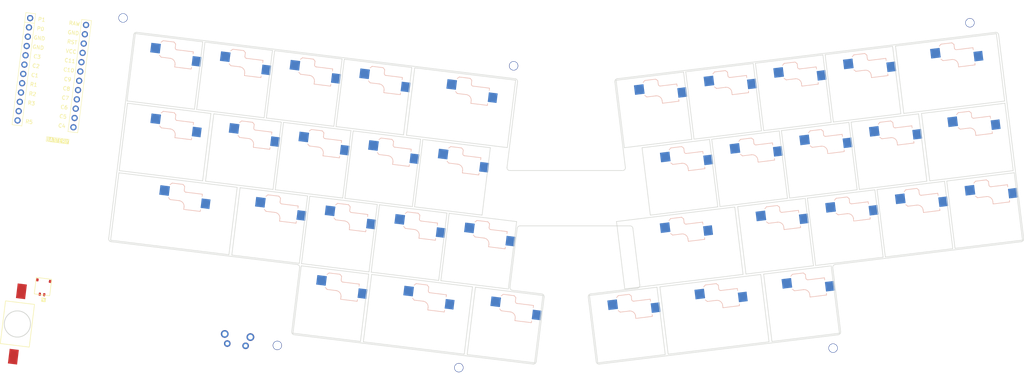
<source format=kicad_pcb>
(kicad_pcb (version 20171130) (host pcbnew 5.1.6)
  (title_block (title "Blsphmy") (rev "v1.0.0") (company "Unknown"))
  (layers (0 F.Cu signal) (31 B.Cu signal) (34 B.Paste user) (35 F.Paste user) (36 B.SilkS user) (37 F.SilkS user) (38 B.Mask user) (39 F.Mask user) (44 Edge.Cuts user))
  (net 0 "")
  (net 1 "RAW")
  (net 2 "GND")
  (net 3 "RST")
  (net 4 "VCC")
  (net 5 "C11")
  (net 6 "C10")
  (net 7 "C9")
  (net 8 "C8")
  (net 9 "C7")
  (net 10 "C6")
  (net 11 "C5")
  (net 12 "C4")
  (net 13 "P1")
  (net 14 "P0")
  (net 15 "C3")
  (net 16 "C2")
  (net 17 "C1")
  (net 18 "R1")
  (net 19 "R2")
  (net 20 "R3")
  (net 21 "R4")
  (net 22 "R5")
  (net 23 "P101")
  (net 24 "P102")
  (net 25 "P107")
  (net 26 "MCU1_24")
  (net 27 "MCU1_1")
  (net 28 "MCU1_23")
  (net 29 "MCU1_2")
  (net 30 "MCU1_22")
  (net 31 "MCU1_3")
  (net 32 "MCU1_21")
  (net 33 "MCU1_4")
  (net 34 "MCU1_20")
  (net 35 "MCU1_5")
  (net 36 "MCU1_19")
  (net 37 "MCU1_6")
  (net 38 "MCU1_18")
  (net 39 "MCU1_7")
  (net 40 "MCU1_17")
  (net 41 "MCU1_8")
  (net 42 "MCU1_16")
  (net 43 "MCU1_9")
  (net 44 "MCU1_15")
  (net 45 "MCU1_10")
  (net 46 "MCU1_14")
  (net 47 "MCU1_11")
  (net 48 "MCU1_13")
  (net 49 "MCU1_12")
  (net 50 "q_top")
  (net 51 "w_top")
  (net 52 "e_top")
  (net 53 "r_top")
  (net 54 "t_top")
  (net 55 "y_top")
  (net 56 "u_top")
  (net 57 "i_top")
  (net 58 "o_top")
  (net 59 "p_top")
  (net 60 "a_home")
  (net 61 "s_home")
  (net 62 "d_home")
  (net 63 "f_home")
  (net 64 "g_home")
  (net 65 "h_home")
  (net 66 "j_home")
  (net 67 "k_home")
  (net 68 "l_home")
  (net 69 "semi_home")
  (net 70 "z_bottom")
  (net 71 "x_bottom")
  (net 72 "c_bottom")
  (net 73 "v_bottom")
  (net 74 "b_bottom")
  (net 75 "n_bottom")
  (net 76 "m_bottom")
  (net 77 "comma_bottom")
  (net 78 "period_bottom")
  (net 79 "slash_bottom")
  (net 80 "flex_thumb")
  (net 81 "base_thumb")
  (net 82 "ext_thumb")
  (net 83 "rext_thumb")
  (net 84 "rbase_thumb")
  (net 85 "rflex_thumb")
  (net 86 "BAT_CONN")
  (footprint "ceoloide:mcu_nice_nano" (layer "F.Cu") (at -30.4560594 -0.9104463 -7)
    (property "Reference" "MCU1" hide)
    (pad "24" thru_hole circle (at -7.62 -12.7 -7) (size 1.7 1.7) (drill 1) (layers "*.Cu" "*.Mask") (net 13 "P1"))
    (pad "1" thru_hole circle (at 7.62 -12.7 -7) (size 1.7 1.7) (drill 1) (layers "*.Cu" "*.Mask") (net 1 "RAW"))
    (fp_text user "P1" (at -4.47 -12.7 -7) (layer "F.SilkS"))
    (fp_text user "RAW" (at 4.47 -12.7 -7) (layer "F.SilkS"))
    (pad "23" thru_hole circle (at -7.62 -10.16 -7) (size 1.7 1.7) (drill 1) (layers "*.Cu" "*.Mask") (net 14 "P0"))
    (pad "2" thru_hole circle (at 7.62 -10.16 -7) (size 1.7 1.7) (drill 1) (layers "*.Cu" "*.Mask") (net 2 "GND"))
    (fp_text user "P0" (at -4.47 -10.16 -7) (layer "F.SilkS"))
    (fp_text user "GND" (at 4.47 -10.16 -7) (layer "F.SilkS"))
    (pad "22" thru_hole circle (at -7.62 -7.619999999999999 -7) (size 1.7 1.7) (drill 1) (layers "*.Cu" "*.Mask") (net 2 "GND"))
    (pad "3" thru_hole circle (at 7.62 -7.619999999999999 -7) (size 1.7 1.7) (drill 1) (layers "*.Cu" "*.Mask") (net 3 "RST"))
    (fp_text user "GND" (at -4.47 -7.619999999999999 -7) (layer "F.SilkS"))
    (fp_text user "RST" (at 4.47 -7.619999999999999 -7) (layer "F.SilkS"))
    (pad "21" thru_hole circle (at -7.62 -5.079999999999999 -7) (size 1.7 1.7) (drill 1) (layers "*.Cu" "*.Mask") (net 2 "GND"))
    (pad "4" thru_hole circle (at 7.62 -5.079999999999999 -7) (size 1.7 1.7) (drill 1) (layers "*.Cu" "*.Mask") (net 4 "VCC"))
    (fp_text user "GND" (at -4.47 -5.079999999999999 -7) (layer "F.SilkS"))
    (fp_text user "VCC" (at 4.47 -5.079999999999999 -7) (layer "F.SilkS"))
    (pad "20" thru_hole circle (at -7.62 -2.539999999999999 -7) (size 1.7 1.7) (drill 1) (layers "*.Cu" "*.Mask") (net 15 "C3"))
    (pad "5" thru_hole circle (at 7.62 -2.539999999999999 -7) (size 1.7 1.7) (drill 1) (layers "*.Cu" "*.Mask") (net 5 "C11"))
    (fp_text user "C3" (at -4.47 -2.539999999999999 -7) (layer "F.SilkS"))
    (fp_text user "C11" (at 4.47 -2.539999999999999 -7) (layer "F.SilkS"))
    (pad "19" thru_hole circle (at -7.62 0 -7) (size 1.7 1.7) (drill 1) (layers "*.Cu" "*.Mask") (net 16 "C2"))
    (pad "6" thru_hole circle (at 7.62 0 -7) (size 1.7 1.7) (drill 1) (layers "*.Cu" "*.Mask") (net 6 "C10"))
    (fp_text user "C2" (at -4.47 0 -7) (layer "F.SilkS"))
    (fp_text user "C10" (at 4.47 0 -7) (layer "F.SilkS"))
    (pad "18" thru_hole circle (at -7.62 2.540000000000001 -7) (size 1.7 1.7) (drill 1) (layers "*.Cu" "*.Mask") (net 17 "C1"))
    (pad "7" thru_hole circle (at 7.62 2.540000000000001 -7) (size 1.7 1.7) (drill 1) (layers "*.Cu" "*.Mask") (net 7 "C9"))
    (fp_text user "C1" (at -4.47 2.540000000000001 -7) (layer "F.SilkS"))
    (fp_text user "C9" (at 4.47 2.540000000000001 -7) (layer "F.SilkS"))
    (pad "17" thru_hole circle (at -7.62 5.080000000000002 -7) (size 1.7 1.7) (drill 1) (layers "*.Cu" "*.Mask") (net 18 "R1"))
    (pad "8" thru_hole circle (at 7.62 5.080000000000002 -7) (size 1.7 1.7) (drill 1) (layers "*.Cu" "*.Mask") (net 8 "C8"))
    (fp_text user "R1" (at -4.47 5.080000000000002 -7) (layer "F.SilkS"))
    (fp_text user "C8" (at 4.47 5.080000000000002 -7) (layer "F.SilkS"))
    (pad "16" thru_hole circle (at -7.62 7.620000000000001 -7) (size 1.7 1.7) (drill 1) (layers "*.Cu" "*.Mask") (net 19 "R2"))
    (pad "9" thru_hole circle (at 7.62 7.620000000000001 -7) (size 1.7 1.7) (drill 1) (layers "*.Cu" "*.Mask") (net 9 "C7"))
    (fp_text user "R2" (at -4.47 7.620000000000001 -7) (layer "F.SilkS"))
    (fp_text user "C7" (at 4.47 7.620000000000001 -7) (layer "F.SilkS"))
    (pad "15" thru_hole circle (at -7.62 10.16 -7) (size 1.7 1.7) (drill 1) (layers "*.Cu" "*.Mask") (net 20 "R3"))
    (pad "10" thru_hole circle (at 7.62 10.16 -7) (size 1.7 1.7) (drill 1) (layers "*.Cu" "*.Mask") (net 10 "C6"))
    (fp_text user "R3" (at -4.47 10.16 -7) (layer "F.SilkS"))
    (fp_text user "C6" (at 4.47 10.16 -7) (layer "F.SilkS"))
    (pad "14" thru_hole circle (at -7.62 12.7 -7) (size 1.7 1.7) (drill 1) (layers "*.Cu" "*.Mask") (net 21 "R4"))
    (pad "11" thru_hole circle (at 7.62 12.7 -7) (size 1.7 1.7) (drill 1) (layers "*.Cu" "*.Mask") (net 11 "C5"))
    (fp_text user "C5" (at 4.47 12.7 -7) (layer "F.SilkS"))
    (pad "13" thru_hole circle (at -7.62 15.240000000000002 -7) (size 1.7 1.7) (drill 1) (layers "*.Cu" "*.Mask") (net 22 "R5"))
    (pad "12" thru_hole circle (at 7.62 15.240000000000002 -7) (size 1.7 1.7) (drill 1) (layers "*.Cu" "*.Mask") (net 12 "C4"))
    (fp_text user "R5" (at -4.47 15.240000000000002 -7) (layer "F.SilkS"))
    (fp_text user "C4" (at 4.47 15.240000000000002 -7) (layer "F.SilkS"))
  )
  (module "ceoloide:switch_choc_v1_v2" (layer B.Cu) (at 0 0 -7)
    (fp_text reference "S1" hide)
    (pad "" np_thru_hole circle (at 0 0 -7) (size 5 5) (drill 5) (layers *.Cu))
    (pad "" np_thru_hole circle (at 5.5 0 -7) (size 1.9 1.9) (drill 1.9) (layers *.Cu))
    (pad "" np_thru_hole circle (at -5.5 0 -7) (size 1.9 1.9) (drill 1.9) (layers *.Cu))
    (pad "" np_thru_hole circle (at 0 -5.95 -7) (size 3 3) (drill 3) (layers *.Cu *.Mask))
    (pad 1 smd rect (at -3.275 -5.95 -7) (size 2.6 2.6) (layers B.Cu B.Paste B.Mask) (net 17 "C1"))
    (pad 2 smd rect (at 8.175 -3.75 -7) (size 2.4 2.6) (layers B.Cu B.Paste B.Mask) (net 50 "q_top"))
    (pad "" np_thru_hole circle (at 5 -3.75 188) (size 3 3) (drill 3) (layers *.Cu *.Mask))
  )
  (module "ceoloide:switch_choc_v1_v2" (layer B.Cu) (at 18.8583769 2.3155175 -7)
    (fp_text reference "S2" hide)
    (pad "" np_thru_hole circle (at 0 0 -7) (size 5 5) (drill 5) (layers *.Cu))
    (pad "" np_thru_hole circle (at 5.5 0 -7) (size 1.9 1.9) (drill 1.9) (layers *.Cu))
    (pad "" np_thru_hole circle (at -5.5 0 -7) (size 1.9 1.9) (drill 1.9) (layers *.Cu))
    (pad "" np_thru_hole circle (at 0 -5.95 -7) (size 3 3) (drill 3) (layers *.Cu *.Mask))
    (pad 1 smd rect (at -3.275 -5.95 -7) (size 2.6 2.6) (layers B.Cu B.Paste B.Mask) (net 16 "C2"))
    (pad 2 smd rect (at 8.175 -3.75 -7) (size 2.4 2.6) (layers B.Cu B.Paste B.Mask) (net 51 "w_top"))
    (pad "" np_thru_hole circle (at 5 -3.75 188) (size 3 3) (drill 3) (layers *.Cu *.Mask))
  )
  (module "ceoloide:switch_choc_v1_v2" (layer B.Cu) (at 37.7167538 4.631035 -7)
    (fp_text reference "S3" hide)
    (pad "" np_thru_hole circle (at 0 0 -7) (size 5 5) (drill 5) (layers *.Cu))
    (pad "" np_thru_hole circle (at 5.5 0 -7) (size 1.9 1.9) (drill 1.9) (layers *.Cu))
    (pad "" np_thru_hole circle (at -5.5 0 -7) (size 1.9 1.9) (drill 1.9) (layers *.Cu))
    (pad "" np_thru_hole circle (at 0 -5.95 -7) (size 3 3) (drill 3) (layers *.Cu *.Mask))
    (pad 1 smd rect (at -3.275 -5.95 -7) (size 2.6 2.6) (layers B.Cu B.Paste B.Mask) (net 15 "C3"))
    (pad 2 smd rect (at 8.175 -3.75 -7) (size 2.4 2.6) (layers B.Cu B.Paste B.Mask) (net 52 "e_top"))
    (pad "" np_thru_hole circle (at 5 -3.75 188) (size 3 3) (drill 3) (layers *.Cu *.Mask))
  )
  (module "ceoloide:switch_choc_v1_v2" (layer B.Cu) (at 56.5751306 6.9465526 -7)
    (fp_text reference "S4" hide)
    (pad "" np_thru_hole circle (at 0 0 -7) (size 5 5) (drill 5) (layers *.Cu))
    (pad "" np_thru_hole circle (at 5.5 0 -7) (size 1.9 1.9) (drill 1.9) (layers *.Cu))
    (pad "" np_thru_hole circle (at -5.5 0 -7) (size 1.9 1.9) (drill 1.9) (layers *.Cu))
    (pad "" np_thru_hole circle (at 0 -5.95 -7) (size 3 3) (drill 3) (layers *.Cu *.Mask))
    (pad 1 smd rect (at -3.275 -5.95 -7) (size 2.6 2.6) (layers B.Cu B.Paste B.Mask) (net 12 "C4"))
    (pad 2 smd rect (at 8.175 -3.75 -7) (size 2.4 2.6) (layers B.Cu B.Paste B.Mask) (net 53 "r_top"))
    (pad "" np_thru_hole circle (at 5 -3.75 188) (size 3 3) (drill 3) (layers *.Cu *.Mask))
  )
  (module "ceoloide:switch_choc_v1_v2" (layer B.Cu) (at 80.1481017 9.8409495 -7)
    (fp_text reference "S5" hide)
    (pad "" np_thru_hole circle (at 0 0 -7) (size 5 5) (drill 5) (layers *.Cu))
    (pad "" np_thru_hole circle (at 5.5 0 -7) (size 1.9 1.9) (drill 1.9) (layers *.Cu))
    (pad "" np_thru_hole circle (at -5.5 0 -7) (size 1.9 1.9) (drill 1.9) (layers *.Cu))
    (pad "" np_thru_hole circle (at 0 -5.95 -7) (size 3 3) (drill 3) (layers *.Cu *.Mask))
    (pad 1 smd rect (at -3.275 -5.95 -7) (size 2.6 2.6) (layers B.Cu B.Paste B.Mask) (net 11 "C5"))
    (pad 2 smd rect (at 8.175 -3.75 -7) (size 2.4 2.6) (layers B.Cu B.Paste B.Mask) (net 54 "t_top"))
    (pad "" np_thru_hole circle (at 5 -3.75 188) (size 3 3) (drill 3) (layers *.Cu *.Mask))
  )
  (module "ceoloide:switch_choc_v1_v2" (layer B.Cu) (at 132.3626959 10.4198289 7)
    (fp_text reference "S6" hide)
    (pad "" np_thru_hole circle (at 0 0 7) (size 5 5) (drill 5) (layers *.Cu))
    (pad "" np_thru_hole circle (at 5.5 0 7) (size 1.9 1.9) (drill 1.9) (layers *.Cu))
    (pad "" np_thru_hole circle (at -5.5 0 7) (size 1.9 1.9) (drill 1.9) (layers *.Cu))
    (pad "" np_thru_hole circle (at 0 -5.95 7) (size 3 3) (drill 3) (layers *.Cu *.Mask))
    (pad 1 smd rect (at -3.275 -5.95 7) (size 2.6 2.6) (layers B.Cu B.Paste B.Mask) (net 10 "C6"))
    (pad 2 smd rect (at 8.175 -3.75 7) (size 2.4 2.6) (layers B.Cu B.Paste B.Mask) (net 55 "y_top"))
    (pad "" np_thru_hole circle (at 5 -3.75 202) (size 3 3) (drill 3) (layers *.Cu *.Mask))
  )
  (module "ceoloide:switch_choc_v1_v2" (layer B.Cu) (at 151.2210728 8.1043114 7)
    (fp_text reference "S7" hide)
    (pad "" np_thru_hole circle (at 0 0 7) (size 5 5) (drill 5) (layers *.Cu))
    (pad "" np_thru_hole circle (at 5.5 0 7) (size 1.9 1.9) (drill 1.9) (layers *.Cu))
    (pad "" np_thru_hole circle (at -5.5 0 7) (size 1.9 1.9) (drill 1.9) (layers *.Cu))
    (pad "" np_thru_hole circle (at 0 -5.95 7) (size 3 3) (drill 3) (layers *.Cu *.Mask))
    (pad 1 smd rect (at -3.275 -5.95 7) (size 2.6 2.6) (layers B.Cu B.Paste B.Mask) (net 9 "C7"))
    (pad 2 smd rect (at 8.175 -3.75 7) (size 2.4 2.6) (layers B.Cu B.Paste B.Mask) (net 56 "u_top"))
    (pad "" np_thru_hole circle (at 5 -3.75 202) (size 3 3) (drill 3) (layers *.Cu *.Mask))
  )
  (module "ceoloide:switch_choc_v1_v2" (layer B.Cu) (at 170.0794497 5.788793900000001 7)
    (fp_text reference "S8" hide)
    (pad "" np_thru_hole circle (at 0 0 7) (size 5 5) (drill 5) (layers *.Cu))
    (pad "" np_thru_hole circle (at 5.5 0 7) (size 1.9 1.9) (drill 1.9) (layers *.Cu))
    (pad "" np_thru_hole circle (at -5.5 0 7) (size 1.9 1.9) (drill 1.9) (layers *.Cu))
    (pad "" np_thru_hole circle (at 0 -5.95 7) (size 3 3) (drill 3) (layers *.Cu *.Mask))
    (pad 1 smd rect (at -3.275 -5.95 7) (size 2.6 2.6) (layers B.Cu B.Paste B.Mask) (net 8 "C8"))
    (pad 2 smd rect (at 8.175 -3.75 7) (size 2.4 2.6) (layers B.Cu B.Paste B.Mask) (net 57 "i_top"))
    (pad "" np_thru_hole circle (at 5 -3.75 202) (size 3 3) (drill 3) (layers *.Cu *.Mask))
  )
  (module "ceoloide:switch_choc_v1_v2" (layer B.Cu) (at 188.9378265 3.4732763 7)
    (fp_text reference "S9" hide)
    (pad "" np_thru_hole circle (at 0 0 7) (size 5 5) (drill 5) (layers *.Cu))
    (pad "" np_thru_hole circle (at 5.5 0 7) (size 1.9 1.9) (drill 1.9) (layers *.Cu))
    (pad "" np_thru_hole circle (at -5.5 0 7) (size 1.9 1.9) (drill 1.9) (layers *.Cu))
    (pad "" np_thru_hole circle (at 0 -5.95 7) (size 3 3) (drill 3) (layers *.Cu *.Mask))
    (pad 1 smd rect (at -3.275 -5.95 7) (size 2.6 2.6) (layers B.Cu B.Paste B.Mask) (net 7 "C9"))
    (pad 2 smd rect (at 8.175 -3.75 7) (size 2.4 2.6) (layers B.Cu B.Paste B.Mask) (net 58 "o_top"))
    (pad "" np_thru_hole circle (at 5 -3.75 202) (size 3 3) (drill 3) (layers *.Cu *.Mask))
  )
  (module "ceoloide:switch_choc_v1_v2" (layer B.Cu) (at 212.5107976 0.5788793999999999 7)
    (fp_text reference "S10" hide)
    (pad "" np_thru_hole circle (at 0 0 7) (size 5 5) (drill 5) (layers *.Cu))
    (pad "" np_thru_hole circle (at 5.5 0 7) (size 1.9 1.9) (drill 1.9) (layers *.Cu))
    (pad "" np_thru_hole circle (at -5.5 0 7) (size 1.9 1.9) (drill 1.9) (layers *.Cu))
    (pad "" np_thru_hole circle (at 0 -5.95 7) (size 3 3) (drill 3) (layers *.Cu *.Mask))
    (pad 1 smd rect (at -3.275 -5.95 7) (size 2.6 2.6) (layers B.Cu B.Paste B.Mask) (net 6 "C10"))
    (pad 2 smd rect (at 8.175 -3.75 7) (size 2.4 2.6) (layers B.Cu B.Paste B.Mask) (net 59 "p_top"))
    (pad "" np_thru_hole circle (at 5 -3.75 202) (size 3 3) (drill 3) (layers *.Cu *.Mask))
  )
  (module "ceoloide:switch_choc_v1_v2" (layer B.Cu) (at 0.0417796 19.1478166 -7)
    (fp_text reference "S11" hide)
    (pad "" np_thru_hole circle (at 0 0 -7) (size 5 5) (drill 5) (layers *.Cu))
    (pad "" np_thru_hole circle (at 5.5 0 -7) (size 1.9 1.9) (drill 1.9) (layers *.Cu))
    (pad "" np_thru_hole circle (at -5.5 0 -7) (size 1.9 1.9) (drill 1.9) (layers *.Cu))
    (pad "" np_thru_hole circle (at 0 -5.95 -7) (size 3 3) (drill 3) (layers *.Cu *.Mask))
    (pad 1 smd rect (at -3.275 -5.95 -7) (size 2.6 2.6) (layers B.Cu B.Paste B.Mask) (net 17 "C1"))
    (pad 2 smd rect (at 8.175 -3.75 -7) (size 2.4 2.6) (layers B.Cu B.Paste B.Mask) (net 60 "a_home"))
    (pad "" np_thru_hole circle (at 5 -3.75 188) (size 3 3) (drill 3) (layers *.Cu *.Mask))
  )
  (module "ceoloide:switch_choc_v1_v2" (layer B.Cu) (at 21.2574536 21.7527738 -7)
    (fp_text reference "S12" hide)
    (pad "" np_thru_hole circle (at 0 0 -7) (size 5 5) (drill 5) (layers *.Cu))
    (pad "" np_thru_hole circle (at 5.5 0 -7) (size 1.9 1.9) (drill 1.9) (layers *.Cu))
    (pad "" np_thru_hole circle (at -5.5 0 -7) (size 1.9 1.9) (drill 1.9) (layers *.Cu))
    (pad "" np_thru_hole circle (at 0 -5.95 -7) (size 3 3) (drill 3) (layers *.Cu *.Mask))
    (pad 1 smd rect (at -3.275 -5.95 -7) (size 2.6 2.6) (layers B.Cu B.Paste B.Mask) (net 16 "C2"))
    (pad 2 smd rect (at 8.175 -3.75 -7) (size 2.4 2.6) (layers B.Cu B.Paste B.Mask) (net 61 "s_home"))
    (pad "" np_thru_hole circle (at 5 -3.75 188) (size 3 3) (drill 3) (layers *.Cu *.Mask))
  )
  (module "ceoloide:switch_choc_v1_v2" (layer B.Cu) (at 40.1158305 24.0682913 -7)
    (fp_text reference "S13" hide)
    (pad "" np_thru_hole circle (at 0 0 -7) (size 5 5) (drill 5) (layers *.Cu))
    (pad "" np_thru_hole circle (at 5.5 0 -7) (size 1.9 1.9) (drill 1.9) (layers *.Cu))
    (pad "" np_thru_hole circle (at -5.5 0 -7) (size 1.9 1.9) (drill 1.9) (layers *.Cu))
    (pad "" np_thru_hole circle (at 0 -5.95 -7) (size 3 3) (drill 3) (layers *.Cu *.Mask))
    (pad 1 smd rect (at -3.275 -5.95 -7) (size 2.6 2.6) (layers B.Cu B.Paste B.Mask) (net 15 "C3"))
    (pad 2 smd rect (at 8.175 -3.75 -7) (size 2.4 2.6) (layers B.Cu B.Paste B.Mask) (net 62 "d_home"))
    (pad "" np_thru_hole circle (at 5 -3.75 188) (size 3 3) (drill 3) (layers *.Cu *.Mask))
  )
  (module "ceoloide:switch_choc_v1_v2" (layer B.Cu) (at 58.9742074 26.3838089 -7)
    (fp_text reference "S14" hide)
    (pad "" np_thru_hole circle (at 0 0 -7) (size 5 5) (drill 5) (layers *.Cu))
    (pad "" np_thru_hole circle (at 5.5 0 -7) (size 1.9 1.9) (drill 1.9) (layers *.Cu))
    (pad "" np_thru_hole circle (at -5.5 0 -7) (size 1.9 1.9) (drill 1.9) (layers *.Cu))
    (pad "" np_thru_hole circle (at 0 -5.95 -7) (size 3 3) (drill 3) (layers *.Cu *.Mask))
    (pad 1 smd rect (at -3.275 -5.95 -7) (size 2.6 2.6) (layers B.Cu B.Paste B.Mask) (net 12 "C4"))
    (pad 2 smd rect (at 8.175 -3.75 -7) (size 2.4 2.6) (layers B.Cu B.Paste B.Mask) (net 63 "f_home"))
    (pad "" np_thru_hole circle (at 5 -3.75 188) (size 3 3) (drill 3) (layers *.Cu *.Mask))
  )
  (module "ceoloide:switch_choc_v1_v2" (layer B.Cu) (at 77.8325842 28.699326399999997 -7)
    (fp_text reference "S15" hide)
    (pad "" np_thru_hole circle (at 0 0 -7) (size 5 5) (drill 5) (layers *.Cu))
    (pad "" np_thru_hole circle (at 5.5 0 -7) (size 1.9 1.9) (drill 1.9) (layers *.Cu))
    (pad "" np_thru_hole circle (at -5.5 0 -7) (size 1.9 1.9) (drill 1.9) (layers *.Cu))
    (pad "" np_thru_hole circle (at 0 -5.95 -7) (size 3 3) (drill 3) (layers *.Cu *.Mask))
    (pad 1 smd rect (at -3.275 -5.95 -7) (size 2.6 2.6) (layers B.Cu B.Paste B.Mask) (net 11 "C5"))
    (pad 2 smd rect (at 8.175 -3.75 -7) (size 2.4 2.6) (layers B.Cu B.Paste B.Mask) (net 64 "g_home"))
    (pad "" np_thru_hole circle (at 5 -3.75 188) (size 3 3) (drill 3) (layers *.Cu *.Mask))
  )
  (module "ceoloide:switch_choc_v1_v2" (layer B.Cu) (at 139.3928076 28.699326400000004 7)
    (fp_text reference "S16" hide)
    (pad "" np_thru_hole circle (at 0 0 7) (size 5 5) (drill 5) (layers *.Cu))
    (pad "" np_thru_hole circle (at 5.5 0 7) (size 1.9 1.9) (drill 1.9) (layers *.Cu))
    (pad "" np_thru_hole circle (at -5.5 0 7) (size 1.9 1.9) (drill 1.9) (layers *.Cu))
    (pad "" np_thru_hole circle (at 0 -5.95 7) (size 3 3) (drill 3) (layers *.Cu *.Mask))
    (pad 1 smd rect (at -3.275 -5.95 7) (size 2.6 2.6) (layers B.Cu B.Paste B.Mask) (net 10 "C6"))
    (pad 2 smd rect (at 8.175 -3.75 7) (size 2.4 2.6) (layers B.Cu B.Paste B.Mask) (net 65 "h_home"))
    (pad "" np_thru_hole circle (at 5 -3.75 202) (size 3 3) (drill 3) (layers *.Cu *.Mask))
  )
  (module "ceoloide:switch_choc_v1_v2" (layer B.Cu) (at 158.2511845 26.383808900000005 7)
    (fp_text reference "S17" hide)
    (pad "" np_thru_hole circle (at 0 0 7) (size 5 5) (drill 5) (layers *.Cu))
    (pad "" np_thru_hole circle (at 5.5 0 7) (size 1.9 1.9) (drill 1.9) (layers *.Cu))
    (pad "" np_thru_hole circle (at -5.5 0 7) (size 1.9 1.9) (drill 1.9) (layers *.Cu))
    (pad "" np_thru_hole circle (at 0 -5.95 7) (size 3 3) (drill 3) (layers *.Cu *.Mask))
    (pad 1 smd rect (at -3.275 -5.95 7) (size 2.6 2.6) (layers B.Cu B.Paste B.Mask) (net 9 "C7"))
    (pad 2 smd rect (at 8.175 -3.75 7) (size 2.4 2.6) (layers B.Cu B.Paste B.Mask) (net 66 "j_home"))
    (pad "" np_thru_hole circle (at 5 -3.75 202) (size 3 3) (drill 3) (layers *.Cu *.Mask))
  )
  (module "ceoloide:switch_choc_v1_v2" (layer B.Cu) (at 177.1095614 24.068291400000003 7)
    (fp_text reference "S18" hide)
    (pad "" np_thru_hole circle (at 0 0 7) (size 5 5) (drill 5) (layers *.Cu))
    (pad "" np_thru_hole circle (at 5.5 0 7) (size 1.9 1.9) (drill 1.9) (layers *.Cu))
    (pad "" np_thru_hole circle (at -5.5 0 7) (size 1.9 1.9) (drill 1.9) (layers *.Cu))
    (pad "" np_thru_hole circle (at 0 -5.95 7) (size 3 3) (drill 3) (layers *.Cu *.Mask))
    (pad 1 smd rect (at -3.275 -5.95 7) (size 2.6 2.6) (layers B.Cu B.Paste B.Mask) (net 8 "C8"))
    (pad 2 smd rect (at 8.175 -3.75 7) (size 2.4 2.6) (layers B.Cu B.Paste B.Mask) (net 67 "k_home"))
    (pad "" np_thru_hole circle (at 5 -3.75 202) (size 3 3) (drill 3) (layers *.Cu *.Mask))
  )
  (module "ceoloide:switch_choc_v1_v2" (layer B.Cu) (at 195.9679382 21.752773800000003 7)
    (fp_text reference "S19" hide)
    (pad "" np_thru_hole circle (at 0 0 7) (size 5 5) (drill 5) (layers *.Cu))
    (pad "" np_thru_hole circle (at 5.5 0 7) (size 1.9 1.9) (drill 1.9) (layers *.Cu))
    (pad "" np_thru_hole circle (at -5.5 0 7) (size 1.9 1.9) (drill 1.9) (layers *.Cu))
    (pad "" np_thru_hole circle (at 0 -5.95 7) (size 3 3) (drill 3) (layers *.Cu *.Mask))
    (pad 1 smd rect (at -3.275 -5.95 7) (size 2.6 2.6) (layers B.Cu B.Paste B.Mask) (net 7 "C9"))
    (pad 2 smd rect (at 8.175 -3.75 7) (size 2.4 2.6) (layers B.Cu B.Paste B.Mask) (net 68 "l_home"))
    (pad "" np_thru_hole circle (at 5 -3.75 202) (size 3 3) (drill 3) (layers *.Cu *.Mask))
  )
  (module "ceoloide:switch_choc_v1_v2" (layer B.Cu) (at 217.1836122 19.147816600000006 7)
    (fp_text reference "S20" hide)
    (pad "" np_thru_hole circle (at 0 0 7) (size 5 5) (drill 5) (layers *.Cu))
    (pad "" np_thru_hole circle (at 5.5 0 7) (size 1.9 1.9) (drill 1.9) (layers *.Cu))
    (pad "" np_thru_hole circle (at -5.5 0 7) (size 1.9 1.9) (drill 1.9) (layers *.Cu))
    (pad "" np_thru_hole circle (at 0 -5.95 7) (size 3 3) (drill 3) (layers *.Cu *.Mask))
    (pad 1 smd rect (at -3.275 -5.95 7) (size 2.6 2.6) (layers B.Cu B.Paste B.Mask) (net 6 "C10"))
    (pad 2 smd rect (at 8.175 -3.75 7) (size 2.4 2.6) (layers B.Cu B.Paste B.Mask) (net 69 "semi_home"))
    (pad "" np_thru_hole circle (at 5 -3.75 202) (size 3 3) (drill 3) (layers *.Cu *.Mask))
  )
  (module "ceoloide:switch_choc_v1_v2" (layer B.Cu) (at 2.4408563 38.5850728 -7)
    (fp_text reference "S21" hide)
    (pad "" np_thru_hole circle (at 0 0 -7) (size 5 5) (drill 5) (layers *.Cu))
    (pad "" np_thru_hole circle (at 5.5 0 -7) (size 1.9 1.9) (drill 1.9) (layers *.Cu))
    (pad "" np_thru_hole circle (at -5.5 0 -7) (size 1.9 1.9) (drill 1.9) (layers *.Cu))
    (pad "" np_thru_hole circle (at 0 -5.95 -7) (size 3 3) (drill 3) (layers *.Cu *.Mask))
    (pad 1 smd rect (at -3.275 -5.95 -7) (size 2.6 2.6) (layers B.Cu B.Paste B.Mask) (net 17 "C1"))
    (pad 2 smd rect (at 8.175 -3.75 -7) (size 2.4 2.6) (layers B.Cu B.Paste B.Mask) (net 70 "z_bottom"))
    (pad "" np_thru_hole circle (at 5 -3.75 188) (size 3 3) (drill 3) (layers *.Cu *.Mask))
  )
  (module "ceoloide:switch_choc_v1_v2" (layer B.Cu) (at 28.3711245 41.7689094 -7)
    (fp_text reference "S22" hide)
    (pad "" np_thru_hole circle (at 0 0 -7) (size 5 5) (drill 5) (layers *.Cu))
    (pad "" np_thru_hole circle (at 5.5 0 -7) (size 1.9 1.9) (drill 1.9) (layers *.Cu))
    (pad "" np_thru_hole circle (at -5.5 0 -7) (size 1.9 1.9) (drill 1.9) (layers *.Cu))
    (pad "" np_thru_hole circle (at 0 -5.95 -7) (size 3 3) (drill 3) (layers *.Cu *.Mask))
    (pad 1 smd rect (at -3.275 -5.95 -7) (size 2.6 2.6) (layers B.Cu B.Paste B.Mask) (net 16 "C2"))
    (pad 2 smd rect (at 8.175 -3.75 -7) (size 2.4 2.6) (layers B.Cu B.Paste B.Mask) (net 71 "x_bottom"))
    (pad "" np_thru_hole circle (at 5 -3.75 188) (size 3 3) (drill 3) (layers *.Cu *.Mask))
  )
  (module "ceoloide:switch_choc_v1_v2" (layer B.Cu) (at 47.2295014 44.0844269 -7)
    (fp_text reference "S23" hide)
    (pad "" np_thru_hole circle (at 0 0 -7) (size 5 5) (drill 5) (layers *.Cu))
    (pad "" np_thru_hole circle (at 5.5 0 -7) (size 1.9 1.9) (drill 1.9) (layers *.Cu))
    (pad "" np_thru_hole circle (at -5.5 0 -7) (size 1.9 1.9) (drill 1.9) (layers *.Cu))
    (pad "" np_thru_hole circle (at 0 -5.95 -7) (size 3 3) (drill 3) (layers *.Cu *.Mask))
    (pad 1 smd rect (at -3.275 -5.95 -7) (size 2.6 2.6) (layers B.Cu B.Paste B.Mask) (net 15 "C3"))
    (pad 2 smd rect (at 8.175 -3.75 -7) (size 2.4 2.6) (layers B.Cu B.Paste B.Mask) (net 72 "c_bottom"))
    (pad "" np_thru_hole circle (at 5 -3.75 188) (size 3 3) (drill 3) (layers *.Cu *.Mask))
  )
  (module "ceoloide:switch_choc_v1_v2" (layer B.Cu) (at 66.0878783 46.399944399999995 -7)
    (fp_text reference "S24" hide)
    (pad "" np_thru_hole circle (at 0 0 -7) (size 5 5) (drill 5) (layers *.Cu))
    (pad "" np_thru_hole circle (at 5.5 0 -7) (size 1.9 1.9) (drill 1.9) (layers *.Cu))
    (pad "" np_thru_hole circle (at -5.5 0 -7) (size 1.9 1.9) (drill 1.9) (layers *.Cu))
    (pad "" np_thru_hole circle (at 0 -5.95 -7) (size 3 3) (drill 3) (layers *.Cu *.Mask))
    (pad 1 smd rect (at -3.275 -5.95 -7) (size 2.6 2.6) (layers B.Cu B.Paste B.Mask) (net 12 "C4"))
    (pad 2 smd rect (at 8.175 -3.75 -7) (size 2.4 2.6) (layers B.Cu B.Paste B.Mask) (net 73 "v_bottom"))
    (pad "" np_thru_hole circle (at 5 -3.75 188) (size 3 3) (drill 3) (layers *.Cu *.Mask))
  )
  (module "ceoloide:switch_choc_v1_v2" (layer B.Cu) (at 84.9462552 48.715462 -7)
    (fp_text reference "S25" hide)
    (pad "" np_thru_hole circle (at 0 0 -7) (size 5 5) (drill 5) (layers *.Cu))
    (pad "" np_thru_hole circle (at 5.5 0 -7) (size 1.9 1.9) (drill 1.9) (layers *.Cu))
    (pad "" np_thru_hole circle (at -5.5 0 -7) (size 1.9 1.9) (drill 1.9) (layers *.Cu))
    (pad "" np_thru_hole circle (at 0 -5.95 -7) (size 3 3) (drill 3) (layers *.Cu *.Mask))
    (pad 1 smd rect (at -3.275 -5.95 -7) (size 2.6 2.6) (layers B.Cu B.Paste B.Mask) (net 11 "C5"))
    (pad 2 smd rect (at 8.175 -3.75 -7) (size 2.4 2.6) (layers B.Cu B.Paste B.Mask) (net 74 "b_bottom"))
    (pad "" np_thru_hole circle (at 5 -3.75 188) (size 3 3) (drill 3) (layers *.Cu *.Mask))
  )
  (module "ceoloide:switch_choc_v1_v2" (layer B.Cu) (at 139.3510281 47.847142999999996 7)
    (fp_text reference "S26" hide)
    (pad "" np_thru_hole circle (at 0 0 7) (size 5 5) (drill 5) (layers *.Cu))
    (pad "" np_thru_hole circle (at 5.5 0 7) (size 1.9 1.9) (drill 1.9) (layers *.Cu))
    (pad "" np_thru_hole circle (at -5.5 0 7) (size 1.9 1.9) (drill 1.9) (layers *.Cu))
    (pad "" np_thru_hole circle (at 0 -5.95 7) (size 3 3) (drill 3) (layers *.Cu *.Mask))
    (pad 1 smd rect (at -3.275 -5.95 7) (size 2.6 2.6) (layers B.Cu B.Paste B.Mask) (net 10 "C6"))
    (pad 2 smd rect (at 8.175 -3.75 7) (size 2.4 2.6) (layers B.Cu B.Paste B.Mask) (net 75 "n_bottom"))
    (pad "" np_thru_hole circle (at 5 -3.75 202) (size 3 3) (drill 3) (layers *.Cu *.Mask))
  )
  (module "ceoloide:switch_choc_v1_v2" (layer B.Cu) (at 165.2812963 44.663306399999996 7)
    (fp_text reference "S27" hide)
    (pad "" np_thru_hole circle (at 0 0 7) (size 5 5) (drill 5) (layers *.Cu))
    (pad "" np_thru_hole circle (at 5.5 0 7) (size 1.9 1.9) (drill 1.9) (layers *.Cu))
    (pad "" np_thru_hole circle (at -5.5 0 7) (size 1.9 1.9) (drill 1.9) (layers *.Cu))
    (pad "" np_thru_hole circle (at 0 -5.95 7) (size 3 3) (drill 3) (layers *.Cu *.Mask))
    (pad 1 smd rect (at -3.275 -5.95 7) (size 2.6 2.6) (layers B.Cu B.Paste B.Mask) (net 9 "C7"))
    (pad 2 smd rect (at 8.175 -3.75 7) (size 2.4 2.6) (layers B.Cu B.Paste B.Mask) (net 76 "m_bottom"))
    (pad "" np_thru_hole circle (at 5 -3.75 202) (size 3 3) (drill 3) (layers *.Cu *.Mask))
  )
  (module "ceoloide:switch_choc_v1_v2" (layer B.Cu) (at 184.1396732 42.3477889 7)
    (fp_text reference "S28" hide)
    (pad "" np_thru_hole circle (at 0 0 7) (size 5 5) (drill 5) (layers *.Cu))
    (pad "" np_thru_hole circle (at 5.5 0 7) (size 1.9 1.9) (drill 1.9) (layers *.Cu))
    (pad "" np_thru_hole circle (at -5.5 0 7) (size 1.9 1.9) (drill 1.9) (layers *.Cu))
    (pad "" np_thru_hole circle (at 0 -5.95 7) (size 3 3) (drill 3) (layers *.Cu *.Mask))
    (pad 1 smd rect (at -3.275 -5.95 7) (size 2.6 2.6) (layers B.Cu B.Paste B.Mask) (net 8 "C8"))
    (pad 2 smd rect (at 8.175 -3.75 7) (size 2.4 2.6) (layers B.Cu B.Paste B.Mask) (net 77 "comma_bottom"))
    (pad "" np_thru_hole circle (at 5 -3.75 202) (size 3 3) (drill 3) (layers *.Cu *.Mask))
  )
  (module "ceoloide:switch_choc_v1_v2" (layer B.Cu) (at 202.9980501 40.0322714 7)
    (fp_text reference "S29" hide)
    (pad "" np_thru_hole circle (at 0 0 7) (size 5 5) (drill 5) (layers *.Cu))
    (pad "" np_thru_hole circle (at 5.5 0 7) (size 1.9 1.9) (drill 1.9) (layers *.Cu))
    (pad "" np_thru_hole circle (at -5.5 0 7) (size 1.9 1.9) (drill 1.9) (layers *.Cu))
    (pad "" np_thru_hole circle (at 0 -5.95 7) (size 3 3) (drill 3) (layers *.Cu *.Mask))
    (pad 1 smd rect (at -3.275 -5.95 7) (size 2.6 2.6) (layers B.Cu B.Paste B.Mask) (net 7 "C9"))
    (pad 2 smd rect (at 8.175 -3.75 7) (size 2.4 2.6) (layers B.Cu B.Paste B.Mask) (net 78 "period_bottom"))
    (pad "" np_thru_hole circle (at 5 -3.75 202) (size 3 3) (drill 3) (layers *.Cu *.Mask))
  )
  (module "ceoloide:switch_choc_v1_v2" (layer B.Cu) (at 221.856427 37.71675379999999 7)
    (fp_text reference "S30" hide)
    (pad "" np_thru_hole circle (at 0 0 7) (size 5 5) (drill 5) (layers *.Cu))
    (pad "" np_thru_hole circle (at 5.5 0 7) (size 1.9 1.9) (drill 1.9) (layers *.Cu))
    (pad "" np_thru_hole circle (at -5.5 0 7) (size 1.9 1.9) (drill 1.9) (layers *.Cu))
    (pad "" np_thru_hole circle (at 0 -5.95 7) (size 3 3) (drill 3) (layers *.Cu *.Mask))
    (pad 1 smd rect (at -3.275 -5.95 7) (size 2.6 2.6) (layers B.Cu B.Paste B.Mask) (net 6 "C10"))
    (pad 2 smd rect (at 8.175 -3.75 7) (size 2.4 2.6) (layers B.Cu B.Paste B.Mask) (net 79 "slash_bottom"))
    (pad "" np_thru_hole circle (at 5 -3.75 202) (size 3 3) (drill 3) (layers *.Cu *.Mask))
  )
  (module "ceoloide:switch_choc_v1_v2" (layer B.Cu) (at 44.9139839 62.94280379999999 -7)
    (fp_text reference "S31" hide)
    (pad "" np_thru_hole circle (at 0 0 -7) (size 5 5) (drill 5) (layers *.Cu))
    (pad "" np_thru_hole circle (at 5.5 0 -7) (size 1.9 1.9) (drill 1.9) (layers *.Cu))
    (pad "" np_thru_hole circle (at -5.5 0 -7) (size 1.9 1.9) (drill 1.9) (layers *.Cu))
    (pad "" np_thru_hole circle (at 0 -5.95 -7) (size 3 3) (drill 3) (layers *.Cu *.Mask))
    (pad 1 smd rect (at -3.275 -5.95 -7) (size 2.6 2.6) (layers B.Cu B.Paste B.Mask) (net 17 "C1"))
    (pad 2 smd rect (at 8.175 -3.75 -7) (size 2.4 2.6) (layers B.Cu B.Paste B.Mask) (net 80 "flex_thumb"))
    (pad "" np_thru_hole circle (at 5 -3.75 188) (size 3 3) (drill 3) (layers *.Cu *.Mask))
  )
  (module "ceoloide:switch_choc_v1_v2" (layer B.Cu) (at 68.486955 65.8372007 -7)
    (fp_text reference "S32" hide)
    (pad "" np_thru_hole circle (at 0 0 -7) (size 5 5) (drill 5) (layers *.Cu))
    (pad "" np_thru_hole circle (at 5.5 0 -7) (size 1.9 1.9) (drill 1.9) (layers *.Cu))
    (pad "" np_thru_hole circle (at -5.5 0 -7) (size 1.9 1.9) (drill 1.9) (layers *.Cu))
    (pad "" np_thru_hole circle (at 0 -5.95 -7) (size 3 3) (drill 3) (layers *.Cu *.Mask))
    (pad 1 smd rect (at -3.275 -5.95 -7) (size 2.6 2.6) (layers B.Cu B.Paste B.Mask) (net 16 "C2"))
    (pad 2 smd rect (at 8.175 -3.75 -7) (size 2.4 2.6) (layers B.Cu B.Paste B.Mask) (net 81 "base_thumb"))
    (pad "" np_thru_hole circle (at 5 -3.75 188) (size 3 3) (drill 3) (layers *.Cu *.Mask))
  )
  (module "ceoloide:switch_choc_v1_v2" (layer B.Cu) (at 92.0599261 68.73159759999999 -7)
    (fp_text reference "S33" hide)
    (pad "" np_thru_hole circle (at 0 0 -7) (size 5 5) (drill 5) (layers *.Cu))
    (pad "" np_thru_hole circle (at 5.5 0 -7) (size 1.9 1.9) (drill 1.9) (layers *.Cu))
    (pad "" np_thru_hole circle (at -5.5 0 -7) (size 1.9 1.9) (drill 1.9) (layers *.Cu))
    (pad "" np_thru_hole circle (at 0 -5.95 -7) (size 3 3) (drill 3) (layers *.Cu *.Mask))
    (pad 1 smd rect (at -3.275 -5.95 -7) (size 2.6 2.6) (layers B.Cu B.Paste B.Mask) (net 15 "C3"))
    (pad 2 smd rect (at 8.175 -3.75 -7) (size 2.4 2.6) (layers B.Cu B.Paste B.Mask) (net 82 "ext_thumb"))
    (pad "" np_thru_hole circle (at 5 -3.75 188) (size 3 3) (drill 3) (layers *.Cu *.Mask))
  )
  (module "ceoloide:switch_choc_v1_v2" (layer B.Cu) (at 125.16546579999999 68.73159770000001 7)
    (fp_text reference "S34" hide)
    (pad "" np_thru_hole circle (at 0 0 7) (size 5 5) (drill 5) (layers *.Cu))
    (pad "" np_thru_hole circle (at 5.5 0 7) (size 1.9 1.9) (drill 1.9) (layers *.Cu))
    (pad "" np_thru_hole circle (at -5.5 0 7) (size 1.9 1.9) (drill 1.9) (layers *.Cu))
    (pad "" np_thru_hole circle (at 0 -5.95 7) (size 3 3) (drill 3) (layers *.Cu *.Mask))
    (pad 1 smd rect (at -3.275 -5.95 7) (size 2.6 2.6) (layers B.Cu B.Paste B.Mask) (net 12 "C4"))
    (pad 2 smd rect (at 8.175 -3.75 7) (size 2.4 2.6) (layers B.Cu B.Paste B.Mask) (net 83 "rext_thumb"))
    (pad "" np_thru_hole circle (at 5 -3.75 202) (size 3 3) (drill 3) (layers *.Cu *.Mask))
  )
  (module "ceoloide:switch_choc_v1_v2" (layer B.Cu) (at 148.73843689999998 65.8372008 7)
    (fp_text reference "S35" hide)
    (pad "" np_thru_hole circle (at 0 0 7) (size 5 5) (drill 5) (layers *.Cu))
    (pad "" np_thru_hole circle (at 5.5 0 7) (size 1.9 1.9) (drill 1.9) (layers *.Cu))
    (pad "" np_thru_hole circle (at -5.5 0 7) (size 1.9 1.9) (drill 1.9) (layers *.Cu))
    (pad "" np_thru_hole circle (at 0 -5.95 7) (size 3 3) (drill 3) (layers *.Cu *.Mask))
    (pad 1 smd rect (at -3.275 -5.95 7) (size 2.6 2.6) (layers B.Cu B.Paste B.Mask) (net 11 "C5"))
    (pad 2 smd rect (at 8.175 -3.75 7) (size 2.4 2.6) (layers B.Cu B.Paste B.Mask) (net 84 "rbase_thumb"))
    (pad "" np_thru_hole circle (at 5 -3.75 202) (size 3 3) (drill 3) (layers *.Cu *.Mask))
  )
  (module "ceoloide:switch_choc_v1_v2" (layer B.Cu) (at 172.311408 62.94280390000001 7)
    (fp_text reference "S36" hide)
    (pad "" np_thru_hole circle (at 0 0 7) (size 5 5) (drill 5) (layers *.Cu))
    (pad "" np_thru_hole circle (at 5.5 0 7) (size 1.9 1.9) (drill 1.9) (layers *.Cu))
    (pad "" np_thru_hole circle (at -5.5 0 7) (size 1.9 1.9) (drill 1.9) (layers *.Cu))
    (pad "" np_thru_hole circle (at 0 -5.95 7) (size 3 3) (drill 3) (layers *.Cu *.Mask))
    (pad 1 smd rect (at -3.275 -5.95 7) (size 2.6 2.6) (layers B.Cu B.Paste B.Mask) (net 10 "C6"))
    (pad 2 smd rect (at 8.175 -3.75 7) (size 2.4 2.6) (layers B.Cu B.Paste B.Mask) (net 85 "rflex_thumb"))
    (pad "" np_thru_hole circle (at 5 -3.75 202) (size 3 3) (drill 3) (layers *.Cu *.Mask))
  )
  (module "SKHLLCA010" (layer "F.Cu") (at 19.520761699999998 72.8217849 173)
    (fp_text reference "S37" hide)
    (fp_text value "SKHLLCA010")
    (pad "1" thru_hole circle (at -2.5 -1.25 173) (size 1.8 1.8) (drill 1) (layers *.Cu "B.Mask") (net 3 "RST"))
    (pad "2" thru_hole circle (at 2.5 -1.25 173) (size 1.8 1.8) (drill 1) (layers *.Cu "B.Mask") (net 2 "GND"))
    (pad "MP" thru_hole circle (at -3.5 1.25 173) (size 2.1 2.1) (drill 1.3) (layers *.Cu *.Mask))
    (pad "MP" thru_hole circle (at 3.5 1.25 173) (size 2.1 2.1) (drill 1.3) (layers *.Cu *.Mask))
  )
  (footprint "1208YD" (layer "F.Cu") (at -39.9199068 68.45322709999999 83)
    (property "Reference" "SW1" hide)
    (fp_circle (center 0 0) (end 3.55 0) (stroke (width 0.2)) (fill none) (layer "Edge.Cuts"))
    (pad "1" smd rect (at -8.925 0 83) (size 4 2.5) (layers "F.Cu" "F.Paste" "F.Mask") (net 1 "RAW"))
    (pad "2" smd rect (at 8.925 0 83) (size 4 2.5) (layers "F.Cu" "F.Paste" "F.Mask") (net 86 "BAT_CONN"))
  )
  (module conn_molex_pico_front (layer F.Cu) (at -33.0265747 58.5897924 173)
    (fp_text reference CONN1 hide)
    (fp_text user "+" (at -1.32 -2.75 173) (layer "F.SilkS" knockout) (effects (justify left bottom)))
    (pad MP smd roundrect (at 1.75 1.9 173) (size 0.7 0.8) (layers F.Cu F.Paste F.Mask))
    (pad MP smd roundrect (at -1.75 1.9 173) (size 0.7 0.8) (layers F.Cu F.Paste F.Mask))
    (pad 2 smd roundrect (at 0.6 -1.875 173) (size 0.6 0.85) (layers F.Cu F.Paste F.Mask) (net 2 "GND"))
    (pad 1 smd roundrect (at -0.6 -1.875 173) (size 0.6 0.85) (layers F.Cu F.Paste F.Mask) (net 86 "BAT_CONN"))
  )
  (module mounting_hole (layer F.Cu) (at -11.3187985 -14.4874014 -7)
    (fp_text reference "H1" hide)
    (pad "" thru_hole circle (at 0 0 180) (size 2.46 2.46) (drill 2.2) (layers *.Cu *.Mask))
  )
  (module mounting_hole (layer F.Cu) (at 94.3873666 -1.5083162999999988 -7)
    (fp_text reference "H2" hide)
    (pad "" thru_hole circle (at 0 0 180) (size 2.46 2.46) (drill 2.2) (layers *.Cu *.Mask))
  )
  (module mounting_hole (layer F.Cu) (at 217.8743192 -13.177306 7)
    (fp_text reference "H3" hide)
    (pad "" thru_hole circle (at 0 0 180) (size 2.46 2.46) (drill 2.2) (layers *.Cu *.Mask))
  )
  (module mounting_hole (layer F.Cu) (at 30.4265825 74.26160229999999 -7)
    (fp_text reference "H4" hide)
    (pad "" thru_hole circle (at 0 0 180) (size 2.46 2.46) (drill 2.2) (layers *.Cu *.Mask))
  )
  (module mounting_hole (layer F.Cu) (at 79.557617 80.2941348 -7)
    (fp_text reference "H5" hide)
    (pad "" thru_hole circle (at 0 0 180) (size 2.46 2.46) (drill 2.2) (layers *.Cu *.Mask))
  )
  (module mounting_hole (layer F.Cu) (at 180.8435325 74.99281850000001 7)
    (fp_text reference "H6" hide)
    (pad "" thru_hole circle (at 0 0 180) (size 2.46 2.46) (drill 2.2) (layers *.Cu *.Mask))
  )
  (gr_text "BATTERY" (at -29.120387799999996 18.7186434 -7) (layer F.SilkS knockout) (effects (font (size 1 1))))
  (gr_line (start 96.09824252156756 41.86579765) (end 125.91282104456819 41.86579765) (angle 90) (layer Edge.Cuts) (width 0.15))
  (gr_line (start 123.88687580428555 26.865797649999998) (end 93.33851599571446 26.865797649999998) (angle 90) (layer Edge.Cuts) (width 0.15))
  (gr_line (start -7.592756236645144 -10.57968359830761) (end 94.78937186472402 1.9912610894768061) (angle 90) (layer Edge.Cuts) (width 0.15))
  (gr_line (start -15.210718599274239 45.309509937238886) (end -8.428567809735034 -9.926675963864227) (angle 90) (layer Edge.Cuts) (width 0.15))
  (gr_line (start 92.59410639194782 26.024395680676776) (end 95.44237949916739 2.8270726625667066) (angle 90) (layer Edge.Cuts) (width 0.15))
  (gr_line (start -14.557710964830871 46.14532151032877) (end 35.814006165319825 52.33019068973126) (angle 90) (layer Edge.Cuts) (width 0.15))
  (gr_line (start 122.43601993526543 1.991261089390802) (end 178.2667409 -4.863889499999999) (angle 90) (layer Edge.Cuts) (width 0.15))
  (gr_line (start 121.78301230082207 2.8270726624806457) (end 124.63128540805216 26.024395680676662) (angle 90) (layer Edge.Cuts) (width 0.15))
  (gr_line (start 178.41661549999998 -4.8822917) (end 224.81814803663988 -10.579683597037786) (angle 90) (layer Edge.Cuts) (width 0.15))
  (gr_line (start 225.65395960972978 -9.926675962594572) (end 232.43611039951418 45.309510037880955) (angle 90) (layer Edge.Cuts) (width 0.15))
  (gr_line (start 181.41138571479442 52.33019082600754) (end 231.78310276507074 46.14532161097085) (angle 90) (layer Edge.Cuts) (width 0.15))
  (gr_line (start 128.54676083231996 57.91338419817646) (end 126.65723064833483 42.524395680676776) (angle 90) (layer Edge.Cuts) (width 0.15))
  (gr_line (start 93.39322528312161 58.49226347833803) (end 95.35383291780091 42.524395680676776) (angle 90) (layer Edge.Cuts) (width 0.15))
  (gr_line (start 34.98730793471521 71.37137160998343) (end 99.65268233708464 79.31128119883249) (angle 90) (layer Edge.Cuts) (width 0.15))
  (gr_line (start 36.46701379976318 53.16600226282122) (end 34.33430030027184 70.53556003689351) (angle 90) (layer Edge.Cuts) (width 0.15))
  (gr_line (start 100.48849391017453 78.6582735643891) (end 102.63960969875254 61.13884136290562) (angle 90) (layer Edge.Cuts) (width 0.15))
  (gr_line (start 101.98660206430917 60.30302978981564) (end 94.04623291756496 59.32807505142789) (angle 90) (layer Edge.Cuts) (width 0.15))
  (gr_line (start 117.57270956291536 79.31128129883248) (end 182.23808396429936 71.37137171010443) (angle 90) (layer Edge.Cuts) (width 0.15))
  (gr_line (start 115.23878983569082 60.30302988981565) (end 127.89375319787659 58.749195771266486) (angle 90) (layer Edge.Cuts) (width 0.15))
  (gr_line (start 114.58578220124745 61.13884146290559) (end 116.73689798982544 78.65827366438907) (angle 90) (layer Edge.Cuts) (width 0.15))
  (gr_line (start 182.89109159874275 70.53556013701473) (end 180.758378080351 53.166002399097124) (angle 90) (layer Edge.Cuts) (width 0.15))
  (gr_arc (start 224.90955000596313 -9.835273993271151) (end 225.65395960596314 -9.926675993271152) (angle -89.99999999998673) (layer Edge.Cuts) (width 0.15))
  (gr_arc (start 231.69170079574752 45.40091200720417) (end 231.7831027957475 46.14532160720417) (angle -90.00000000000026) (layer Edge.Cuts) (width 0.15))
  (gr_arc (start 181.5027876841177 53.07460042977416) (end 181.4113856841177 52.33019082977416) (angle -89.99999999997624) (layer Edge.Cuts) (width 0.15))
  (gr_arc (start 182.14668199497612 70.62696210633794) (end 182.2380839949761 71.37137170633794) (angle -89.99999999999653) (layer Edge.Cuts) (width 0.15))
  (gr_arc (start 117.48130759359209 78.56687169506587) (end 116.7368979935921 78.65827369506587) (angle -90.00000000000574) (layer Edge.Cuts) (width 0.15))
  (gr_arc (start 115.33019180501408 61.047439493582374) (end 115.23878980501408 60.30302989358238) (angle -89.99999999999773) (layer Edge.Cuts) (width 0.15))
  (gr_arc (start 127.80235122855335 58.00478616749985) (end 127.89375322855335 58.74919576749985) (angle -90.00000000001151) (layer Edge.Cuts) (width 0.15))
  (gr_arc (start 125.91282104456819 42.61579764999999) (end 126.65723064456819 42.52439564999999) (angle -83.00000280606709) (layer Edge.Cuts) (width 0.15))
  (gr_arc (start 96.09824252156756 42.61579765) (end 96.09824252156756 41.86579765) (angle -83.00000280606653) (layer Edge.Cuts) (width 0.15))
  (gr_arc (start 94.13763488688824 58.58366544766125) (end 93.39322528688824 58.492263447661244) (angle -89.99999999999582) (layer Edge.Cuts) (width 0.15))
  (gr_arc (start 101.89520009498591 61.047439393582266) (end 102.63960969498591 61.13884139358227) (angle -90.00000000000755) (layer Edge.Cuts) (width 0.15))
  (gr_arc (start 99.7440843064079 78.56687159506578) (end 99.6526823064079 79.31128119506577) (angle -89.9999999999938) (layer Edge.Cuts) (width 0.15))
  (gr_arc (start 35.078709904038476 70.6269620062168) (end 34.33430030403848 70.5355600062168) (angle -90.00000000000153) (layer Edge.Cuts) (width 0.15))
  (gr_arc (start 35.72260419599656 53.074600293497895) (end 36.46701379599656 53.1660022934979) (angle -90.00000000000497) (layer Edge.Cuts) (width 0.15))
  (gr_arc (start -14.466308995507612 45.400911906562136) (end -15.210718595507611 45.309509906562134) (angle -89.99999999999943) (layer Edge.Cuts) (width 0.15))
  (gr_arc (start -7.684158205968403 -9.835273994540977) (end -7.592756205968403 -10.579683594540978) (angle -90.00000000000068) (layer Edge.Cuts) (width 0.15))
  (gr_arc (start 94.69796989540076 2.7356706932434385) (end 95.44237949540076 2.8270726932434385) (angle -90.00000000000084) (layer Edge.Cuts) (width 0.15))
  (gr_arc (start 93.33851599571446 26.11579764999999) (end 92.59410639571446 26.02439564999999) (angle -96.9999971939329) (layer Edge.Cuts) (width 0.15))
  (gr_arc (start 123.88687580428555 26.115797649999998) (end 123.88687580428555 26.865797649999998) (angle -96.99999719394235) (layer Edge.Cuts) (width 0.15))
  (gr_arc (start 122.52742190458869 2.735670693157431) (end 122.43601990458869 1.9912610931574308) (angle -89.9999999999968) (layer Edge.Cuts) (width 0.15))
  (gr_line (start -10.2526226 8.0102266) (end 8.0102266 10.2526226) (angle 90) (layer Edge.Cuts) (width 0.15))
  (gr_line (start 8.0102266 10.2526226) (end 10.252622599999999 -8.0102266) (angle 90) (layer Edge.Cuts) (width 0.15))
  (gr_line (start 10.252622599999999 -8.0102266) (end -8.0102266 -10.252622599999999) (angle 90) (layer Edge.Cuts) (width 0.15))
  (gr_line (start -8.0102266 -10.252622599999999) (end -10.2526226 8.0102266) (angle 90) (layer Edge.Cuts) (width 0.15))
  (gr_line (start 8.6057543 10.3257441) (end 26.8686035 12.5681401) (angle 90) (layer Edge.Cuts) (width 0.15))
  (gr_line (start 26.8686035 12.5681401) (end 29.1109995 -5.694709099999999) (angle 90) (layer Edge.Cuts) (width 0.15))
  (gr_line (start 29.1109995 -5.694709099999999) (end 10.8481503 -7.937105099999998) (angle 90) (layer Edge.Cuts) (width 0.15))
  (gr_line (start 10.8481503 -7.937105099999998) (end 8.6057543 10.3257441) (angle 90) (layer Edge.Cuts) (width 0.15))
  (gr_line (start 27.464131199999997 12.6412616) (end 45.7269804 14.883657600000001) (angle 90) (layer Edge.Cuts) (width 0.15))
  (gr_line (start 45.7269804 14.883657600000001) (end 47.9693764 -3.3791915999999986) (angle 90) (layer Edge.Cuts) (width 0.15))
  (gr_line (start 47.9693764 -3.3791915999999986) (end 29.7065272 -5.621587599999998) (angle 90) (layer Edge.Cuts) (width 0.15))
  (gr_line (start 29.7065272 -5.621587599999998) (end 27.464131199999997 12.6412616) (angle 90) (layer Edge.Cuts) (width 0.15))
  (gr_line (start 46.322508000000006 14.9567792) (end 64.5853572 17.1991752) (angle 90) (layer Edge.Cuts) (width 0.15))
  (gr_line (start 64.5853572 17.1991752) (end 66.8277532 -1.063673999999999) (angle 90) (layer Edge.Cuts) (width 0.15))
  (gr_line (start 66.8277532 -1.063673999999999) (end 48.564904000000006 -3.3060699999999983) (angle 90) (layer Edge.Cuts) (width 0.15))
  (gr_line (start 48.564904000000006 -3.3060699999999983) (end 46.322508000000006 14.9567792) (angle 90) (layer Edge.Cuts) (width 0.15))
  (gr_line (start 65.3793942 17.2966706) (end 92.6744133 20.6480776) (angle 90) (layer Edge.Cuts) (width 0.15))
  (gr_line (start 67.6217901 -0.9661785999999992) (end 94.91680919999999 2.385228399999999) (angle 90) (layer Edge.Cuts) (width 0.15))
  (gr_line (start 124.3524693 20.6724515) (end 142.6153185 18.4300555) (angle 90) (layer Edge.Cuts) (width 0.15))
  (gr_line (start 142.6153185 18.4300555) (end 140.37292250000002 0.1672063000000037) (angle 90) (layer Edge.Cuts) (width 0.15))
  (gr_line (start 140.37292250000002 0.1672063000000037) (end 122.1100733 2.409602300000003) (angle 90) (layer Edge.Cuts) (width 0.15))
  (gr_line (start 122.1100733 2.409602300000003) (end 124.3524693 20.6724515) (angle 90) (layer Edge.Cuts) (width 0.15))
  (gr_line (start 143.21084620000002 18.356934000000003) (end 161.4736954 16.114538) (angle 90) (layer Edge.Cuts) (width 0.15))
  (gr_line (start 161.4736954 16.114538) (end 159.2312994 -2.1483111999999984) (angle 90) (layer Edge.Cuts) (width 0.15))
  (gr_line (start 159.2312994 -2.1483111999999984) (end 140.9684502 0.09408480000000097) (angle 90) (layer Edge.Cuts) (width 0.15))
  (gr_line (start 140.9684502 0.09408480000000097) (end 143.21084620000002 18.356934000000003) (angle 90) (layer Edge.Cuts) (width 0.15))
  (gr_line (start 162.06922310000002 16.041416500000004) (end 180.3320723 13.799020500000001) (angle 90) (layer Edge.Cuts) (width 0.15))
  (gr_line (start 180.3320723 13.799020500000001) (end 178.0896763 -4.463828699999997) (angle 90) (layer Edge.Cuts) (width 0.15))
  (gr_line (start 178.0896763 -4.463828699999997) (end 159.8268271 -2.2214326999999976) (angle 90) (layer Edge.Cuts) (width 0.15))
  (gr_line (start 159.8268271 -2.2214326999999976) (end 162.06922310000002 16.041416500000004) (angle 90) (layer Edge.Cuts) (width 0.15))
  (gr_line (start 180.92759990000002 13.7258989) (end 199.19044910000002 11.4835029) (angle 90) (layer Edge.Cuts) (width 0.15))
  (gr_line (start 199.19044910000002 11.4835029) (end 196.9480531 -6.7793462999999985) (angle 90) (layer Edge.Cuts) (width 0.15))
  (gr_line (start 196.9480531 -6.7793462999999985) (end 178.6852039 -4.536950299999999) (angle 90) (layer Edge.Cuts) (width 0.15))
  (gr_line (start 178.6852039 -4.536950299999999) (end 180.92759990000002 13.7258989) (angle 90) (layer Edge.Cuts) (width 0.15))
  (gr_line (start 199.984486 11.3860075) (end 227.2795051 8.0346005) (angle 90) (layer Edge.Cuts) (width 0.15))
  (gr_line (start 197.74209009999998 -6.876841700000002) (end 225.03710919999997 -10.2282487) (angle 90) (layer Edge.Cuts) (width 0.15))
  (gr_line (start -12.3696308 26.8929774) (end 10.2107941 29.665505) (angle 90) (layer Edge.Cuts) (width 0.15))
  (gr_line (start -10.1272349 8.630128199999998) (end 12.453190000000001 11.402655799999998) (angle 90) (layer Edge.Cuts) (width 0.15))
  (gr_line (start 11.004831000000001 29.7630004) (end 29.2676802 32.0053964) (angle 90) (layer Edge.Cuts) (width 0.15))
  (gr_line (start 29.2676802 32.0053964) (end 31.5100762 13.7425472) (angle 90) (layer Edge.Cuts) (width 0.15))
  (gr_line (start 31.5100762 13.7425472) (end 13.247227000000002 11.500151200000001) (angle 90) (layer Edge.Cuts) (width 0.15))
  (gr_line (start 13.247227000000002 11.500151200000001) (end 11.004831000000001 29.7630004) (angle 90) (layer Edge.Cuts) (width 0.15))
  (gr_line (start 29.8632079 32.0785179) (end 48.1260571 34.3209139) (angle 90) (layer Edge.Cuts) (width 0.15))
  (gr_line (start 48.1260571 34.3209139) (end 50.368453099999996 16.058064700000003) (angle 90) (layer Edge.Cuts) (width 0.15))
  (gr_line (start 50.368453099999996 16.058064700000003) (end 32.105603900000006 13.815668700000003) (angle 90) (layer Edge.Cuts) (width 0.15))
  (gr_line (start 32.105603900000006 13.815668700000003) (end 29.8632079 32.0785179) (angle 90) (layer Edge.Cuts) (width 0.15))
  (gr_line (start 48.721584799999995 34.394035499999994) (end 66.984434 36.63643149999999) (angle 90) (layer Edge.Cuts) (width 0.15))
  (gr_line (start 66.984434 36.63643149999999) (end 69.22682999999999 18.373582299999995) (angle 90) (layer Edge.Cuts) (width 0.15))
  (gr_line (start 69.22682999999999 18.373582299999995) (end 50.963980799999995 16.131186299999996) (angle 90) (layer Edge.Cuts) (width 0.15))
  (gr_line (start 50.963980799999995 16.131186299999996) (end 48.721584799999995 34.394035499999994) (angle 90) (layer Edge.Cuts) (width 0.15))
  (gr_line (start 67.57996159999999 36.70955299999999) (end 85.8428108 38.95194899999999) (angle 90) (layer Edge.Cuts) (width 0.15))
  (gr_line (start 85.8428108 38.95194899999999) (end 88.0852068 20.689099799999994) (angle 90) (layer Edge.Cuts) (width 0.15))
  (gr_line (start 88.0852068 20.689099799999994) (end 69.8223576 18.446703799999995) (angle 90) (layer Edge.Cuts) (width 0.15))
  (gr_line (start 69.8223576 18.446703799999995) (end 67.57996159999999 36.70955299999999) (angle 90) (layer Edge.Cuts) (width 0.15))
  (gr_line (start 131.38258100000002 38.951949000000006) (end 149.64543020000002 36.70955300000001) (angle 90) (layer Edge.Cuts) (width 0.15))
  (gr_line (start 149.64543020000002 36.70955300000001) (end 147.4030342 18.44670380000001) (angle 90) (layer Edge.Cuts) (width 0.15))
  (gr_line (start 147.4030342 18.44670380000001) (end 129.140185 20.689099800000008) (angle 90) (layer Edge.Cuts) (width 0.15))
  (gr_line (start 129.140185 20.689099800000008) (end 131.38258100000002 38.951949000000006) (angle 90) (layer Edge.Cuts) (width 0.15))
  (gr_line (start 150.2409579 36.63643150000001) (end 168.50380710000002 34.39403550000001) (angle 90) (layer Edge.Cuts) (width 0.15))
  (gr_line (start 168.50380710000002 34.39403550000001) (end 166.2614111 16.13118630000001) (angle 90) (layer Edge.Cuts) (width 0.15))
  (gr_line (start 166.2614111 16.13118630000001) (end 147.9985619 18.37358230000001) (angle 90) (layer Edge.Cuts) (width 0.15))
  (gr_line (start 147.9985619 18.37358230000001) (end 150.2409579 36.63643150000001) (angle 90) (layer Edge.Cuts) (width 0.15))
  (gr_line (start 169.0993348 34.320914) (end 187.362184 32.078518) (angle 90) (layer Edge.Cuts) (width 0.15))
  (gr_line (start 187.362184 32.078518) (end 185.119788 13.815668800000005) (angle 90) (layer Edge.Cuts) (width 0.15))
  (gr_line (start 185.119788 13.815668800000005) (end 166.8569388 16.058064800000004) (angle 90) (layer Edge.Cuts) (width 0.15))
  (gr_line (start 166.8569388 16.058064800000004) (end 169.0993348 34.320914) (angle 90) (layer Edge.Cuts) (width 0.15))
  (gr_line (start 187.9577116 32.0053964) (end 206.2205608 29.763000400000003) (angle 90) (layer Edge.Cuts) (width 0.15))
  (gr_line (start 206.2205608 29.763000400000003) (end 203.9781648 11.500151200000005) (angle 90) (layer Edge.Cuts) (width 0.15))
  (gr_line (start 203.9781648 11.500151200000005) (end 185.7153156 13.742547200000004) (angle 90) (layer Edge.Cuts) (width 0.15))
  (gr_line (start 185.7153156 13.742547200000004) (end 187.9577116 32.0053964) (angle 90) (layer Edge.Cuts) (width 0.15))
  (gr_line (start 207.0145977 29.665505000000007) (end 229.5950226 26.892977400000007) (angle 90) (layer Edge.Cuts) (width 0.15))
  (gr_line (start 204.7722018 11.402655800000005) (end 227.3526267 8.630128200000005) (angle 90) (layer Edge.Cuts) (width 0.15))
  (gr_line (start -14.6851484 45.751354199999994) (end 17.324465 49.681640599999994) (angle 90) (layer Edge.Cuts) (width 0.15))
  (gr_line (start -12.4427524 27.488504999999996) (end 19.566860999999996 31.418791399999996) (angle 90) (layer Edge.Cuts) (width 0.15))
  (gr_line (start 18.1185019 49.779136) (end 36.3813511 52.021532) (angle 90) (layer Edge.Cuts) (width 0.15))
  (gr_line (start 36.3813511 52.021532) (end 38.6237471 33.7586828) (angle 90) (layer Edge.Cuts) (width 0.15))
  (gr_line (start 38.6237471 33.7586828) (end 20.3608979 31.516286800000003) (angle 90) (layer Edge.Cuts) (width 0.15))
  (gr_line (start 20.3608979 31.516286800000003) (end 18.1185019 49.779136) (angle 90) (layer Edge.Cuts) (width 0.15))
  (gr_line (start 36.9768788 52.0946535) (end 55.239728 54.3370495) (angle 90) (layer Edge.Cuts) (width 0.15))
  (gr_line (start 55.239728 54.3370495) (end 57.482124 36.0742003) (angle 90) (layer Edge.Cuts) (width 0.15))
  (gr_line (start 57.482124 36.0742003) (end 39.2192748 33.8318043) (angle 90) (layer Edge.Cuts) (width 0.15))
  (gr_line (start 39.2192748 33.8318043) (end 36.9768788 52.0946535) (angle 90) (layer Edge.Cuts) (width 0.15))
  (gr_line (start 55.8352557 54.410171) (end 74.0981049 56.652567) (angle 90) (layer Edge.Cuts) (width 0.15))
  (gr_line (start 74.0981049 56.652567) (end 76.3405009 38.3897178) (angle 90) (layer Edge.Cuts) (width 0.15))
  (gr_line (start 76.3405009 38.3897178) (end 58.0776517 36.1473218) (angle 90) (layer Edge.Cuts) (width 0.15))
  (gr_line (start 58.0776517 36.1473218) (end 55.8352557 54.410171) (angle 90) (layer Edge.Cuts) (width 0.15))
  (gr_line (start 74.69363259999999 56.725688600000005) (end 92.95648179999999 58.968084600000005) (angle 90) (layer Edge.Cuts) (width 0.15))
  (gr_line (start 92.95648179999999 58.968084600000005) (end 95.19887779999999 40.70523540000001) (angle 90) (layer Edge.Cuts) (width 0.15))
  (gr_line (start 95.19887779999999 40.70523540000001) (end 76.93602859999999 38.46283940000001) (angle 90) (layer Edge.Cuts) (width 0.15))
  (gr_line (start 76.93602859999999 38.46283940000001) (end 74.69363259999999 56.725688600000005) (angle 90) (layer Edge.Cuts) (width 0.15))
  (gr_line (start 124.46741940000001 58.94371079999999) (end 156.47703280000002 55.01342439999999) (angle 90) (layer Edge.Cuts) (width 0.15))
  (gr_line (start 122.22502340000001 40.68086159999999) (end 154.2346368 36.75057519999999) (angle 90) (layer Edge.Cuts) (width 0.15))
  (gr_line (start 157.27106970000003 54.915929) (end 175.5339189 52.673533) (angle 90) (layer Edge.Cuts) (width 0.15))
  (gr_line (start 175.5339189 52.673533) (end 173.29152290000002 34.4106838) (angle 90) (layer Edge.Cuts) (width 0.15))
  (gr_line (start 173.29152290000002 34.4106838) (end 155.0286737 36.6530798) (angle 90) (layer Edge.Cuts) (width 0.15))
  (gr_line (start 155.0286737 36.6530798) (end 157.27106970000003 54.915929) (angle 90) (layer Edge.Cuts) (width 0.15))
  (gr_line (start 176.12944660000002 52.6004115) (end 194.3922958 50.3580155) (angle 90) (layer Edge.Cuts) (width 0.15))
  (gr_line (start 194.3922958 50.3580155) (end 192.14989980000001 32.0951663) (angle 90) (layer Edge.Cuts) (width 0.15))
  (gr_line (start 192.14989980000001 32.0951663) (end 173.8870506 34.3375623) (angle 90) (layer Edge.Cuts) (width 0.15))
  (gr_line (start 173.8870506 34.3375623) (end 176.12944660000002 52.6004115) (angle 90) (layer Edge.Cuts) (width 0.15))
  (gr_line (start 194.98782350000002 50.284894) (end 213.2506727 48.042498) (angle 90) (layer Edge.Cuts) (width 0.15))
  (gr_line (start 213.2506727 48.042498) (end 211.0082767 29.779648800000004) (angle 90) (layer Edge.Cuts) (width 0.15))
  (gr_line (start 211.0082767 29.779648800000004) (end 192.7454275 32.0220448) (angle 90) (layer Edge.Cuts) (width 0.15))
  (gr_line (start 192.7454275 32.0220448) (end 194.98782350000002 50.284894) (angle 90) (layer Edge.Cuts) (width 0.15))
  (gr_line (start 213.84620040000001 47.969376399999994) (end 232.1090496 45.726980399999995) (angle 90) (layer Edge.Cuts) (width 0.15))
  (gr_line (start 232.1090496 45.726980399999995) (end 229.8666536 27.464131199999997) (angle 90) (layer Edge.Cuts) (width 0.15))
  (gr_line (start 229.8666536 27.464131199999997) (end 211.6038044 29.706527199999996) (angle 90) (layer Edge.Cuts) (width 0.15))
  (gr_line (start 211.6038044 29.706527199999996) (end 213.84620040000001 47.969376399999994) (angle 90) (layer Edge.Cuts) (width 0.15))
  (gr_line (start 34.6613613 70.95303039999999) (end 52.9242105 73.1954264) (angle 90) (layer Edge.Cuts) (width 0.15))
  (gr_line (start 52.9242105 73.1954264) (end 55.1666065 54.9325772) (angle 90) (layer Edge.Cuts) (width 0.15))
  (gr_line (start 55.1666065 54.9325772) (end 36.9037573 52.6901812) (angle 90) (layer Edge.Cuts) (width 0.15))
  (gr_line (start 36.9037573 52.6901812) (end 34.6613613 70.95303039999999) (angle 90) (layer Edge.Cuts) (width 0.15))
  (gr_line (start 53.7182475 73.2929218) (end 81.0132666 76.6443288) (angle 90) (layer Edge.Cuts) (width 0.15))
  (gr_line (start 55.960643399999995 55.0300726) (end 83.2556625 58.3814796) (angle 90) (layer Edge.Cuts) (width 0.15))
  (gr_line (start 81.80730349999999 76.7418242) (end 100.0701527 78.9842202) (angle 90) (layer Edge.Cuts) (width 0.15))
  (gr_line (start 100.0701527 78.9842202) (end 102.3125487 60.72137099999999) (angle 90) (layer Edge.Cuts) (width 0.15))
  (gr_line (start 102.3125487 60.72137099999999) (end 84.0496995 58.47897499999999) (angle 90) (layer Edge.Cuts) (width 0.15))
  (gr_line (start 84.0496995 58.47897499999999) (end 81.80730349999999 76.7418242) (angle 90) (layer Edge.Cuts) (width 0.15))
  (gr_line (start 117.15523919999998 78.98422030000002) (end 135.4180884 76.74182430000002) (angle 90) (layer Edge.Cuts) (width 0.15))
  (gr_line (start 135.4180884 76.74182430000002) (end 133.1756924 58.478975100000014) (angle 90) (layer Edge.Cuts) (width 0.15))
  (gr_line (start 133.1756924 58.478975100000014) (end 114.91284319999998 60.72137110000001) (angle 90) (layer Edge.Cuts) (width 0.15))
  (gr_line (start 114.91284319999998 60.72137110000001) (end 117.15523919999998 78.98422030000002) (angle 90) (layer Edge.Cuts) (width 0.15))
  (gr_line (start 136.21212529999997 76.6443289) (end 163.5071444 73.29292190000001) (angle 90) (layer Edge.Cuts) (width 0.15))
  (gr_line (start 133.96972939999998 58.38147970000001) (end 161.2647485 55.030072700000005) (angle 90) (layer Edge.Cuts) (width 0.15))
  (gr_line (start 164.30118140000002 73.19542650000001) (end 182.56403060000002 70.95303050000001) (angle 90) (layer Edge.Cuts) (width 0.15))
  (gr_line (start 182.56403060000002 70.95303050000001) (end 180.3216346 52.690181300000006) (angle 90) (layer Edge.Cuts) (width 0.15))
  (gr_line (start 180.3216346 52.690181300000006) (end 162.0587854 54.932577300000005) (angle 90) (layer Edge.Cuts) (width 0.15))
  (gr_line (start 162.0587854 54.932577300000005) (end 164.30118140000002 73.19542650000001) (angle 90) (layer Edge.Cuts) (width 0.15))
  (gr_line (start 10.2107941 29.665505) (end 12.453190000000001 11.402655799999998) (angle 90) (layer Edge.Cuts) (width 0.15))
  (gr_line (start -10.1272349 8.630128199999998) (end -12.3696308 26.8929774) (angle 90) (layer Edge.Cuts) (width 0.15))
  (gr_line (start 229.5950226 26.892977400000007) (end 227.3526267 8.630128200000005) (angle 90) (layer Edge.Cuts) (width 0.15))
  (gr_line (start 204.7722018 11.402655800000005) (end 207.0145977 29.665505000000007) (angle 90) (layer Edge.Cuts) (width 0.15))
  (gr_line (start 92.6744133 20.6480776) (end 94.91680919999999 2.385228399999999) (angle 90) (layer Edge.Cuts) (width 0.15))
  (gr_line (start 67.6217901 -0.9661785999999992) (end 65.3793942 17.2966706) (angle 90) (layer Edge.Cuts) (width 0.15))
  (gr_line (start 227.2795051 8.0346005) (end 225.03710919999997 -10.2282487) (angle 90) (layer Edge.Cuts) (width 0.15))
  (gr_line (start 197.74209009999998 -6.876841700000002) (end 199.984486 11.3860075) (angle 90) (layer Edge.Cuts) (width 0.15))
  (gr_line (start 81.0132666 76.6443288) (end 83.2556625 58.3814796) (angle 90) (layer Edge.Cuts) (width 0.15))
  (gr_line (start 55.960643399999995 55.0300726) (end 53.7182475 73.2929218) (angle 90) (layer Edge.Cuts) (width 0.15))
  (gr_line (start 163.5071444 73.29292190000001) (end 161.2647485 55.030072700000005) (angle 90) (layer Edge.Cuts) (width 0.15))
  (gr_line (start 133.96972939999998 58.38147970000001) (end 136.21212529999997 76.6443289) (angle 90) (layer Edge.Cuts) (width 0.15))
  (gr_line (start 17.324465 49.681640599999994) (end 19.566860999999996 31.418791399999996) (angle 90) (layer Edge.Cuts) (width 0.15))
  (gr_line (start -12.4427524 27.488504999999996) (end -14.6851484 45.751354199999994) (angle 90) (layer Edge.Cuts) (width 0.15))
  (gr_line (start 156.47703280000002 55.01342439999999) (end 154.2346368 36.75057519999999) (angle 90) (layer Edge.Cuts) (width 0.15))
  (gr_line (start 122.22502340000001 40.68086159999999) (end 124.46741940000001 58.94371079999999) (angle 90) (layer Edge.Cuts) (width 0.15))
)
</source>
